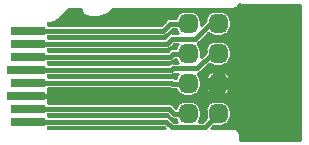
<source format=gbr>
G04 Generated by Ultiboard 14.3 *
%FSLAX34Y34*%
%MOMM*%

%ADD10C,0.0001*%
%ADD11C,0.2540*%
%ADD12C,0.0010*%
%ADD13C,0.4326*%
%ADD14C,1.00000*%
%ADD15C,0.4000*%
%ADD16R,2.9000X0.8000*%
%ADD17R,3.2000X0.8000*%


G04 ColorRGB 0000FF for the following layer *
%LNcopper bottom*%
%LPD*%
G54D10*
G36*
X208761Y-55000D02*
X208761Y-55000D01*
X208761Y-60479D01*
X259869Y-60479D01*
X259869Y54209D01*
X208687Y54209D01*
G74*
D01*
G02X204470Y50709I4217J791*
G01*
X204470Y50709D01*
X101356Y50709D01*
X96708Y46140D01*
G74*
D01*
G02X96371Y45842I3008J3060*
G01*
G74*
D01*
G02X91490Y43750I5510J6115*
G01*
G74*
D01*
G02X90900Y43709I590J4250*
G01*
X90900Y43709D01*
X80900Y43709D01*
G75*
D01*
G02X80107Y43783I0J4291*
G01*
G74*
D01*
G02X74683Y49207I837J6261*
G01*
G75*
D01*
G02X74609Y50000I4217J793*
G01*
X74609Y50000D01*
X74609Y50709D01*
X64077Y50709D01*
X53420Y40152D01*
G74*
D01*
G02X53048Y39824I3020J3048*
G01*
G74*
D01*
G02X48218Y37754I5518J6205*
G01*
G74*
D01*
G02X47600Y37709I618J4246*
G01*
X47600Y37709D01*
X46552Y37709D01*
X46552Y36726D01*
X141803Y36726D01*
X146518Y41442D01*
G75*
D01*
G02X149868Y42826I3342J-3342*
G01*
X149868Y42826D01*
X154723Y42826D01*
G75*
D01*
G02X162100Y48676I7377J-1726*
G01*
X162100Y48676D01*
X168100Y48676D01*
G74*
D01*
G02X175676Y41100I0J7576*
G01*
X175676Y41100D01*
X175676Y36564D01*
X179924Y40811D01*
X179924Y41100D01*
G75*
D01*
G02X187500Y48676I7576J0*
G01*
X187500Y48676D01*
X193500Y48676D01*
G74*
D01*
G02X201076Y41100I0J7576*
G01*
X201076Y41100D01*
X201076Y35100D01*
G75*
D01*
G02X193500Y27524I-7576J0*
G01*
X193500Y27524D01*
X187500Y27524D01*
G75*
D01*
G02X182182Y29703I0J7576*
G01*
X182182Y29703D01*
X174407Y21928D01*
G74*
D01*
G02X173371Y21142I3347J3336*
G01*
G75*
D01*
G02X175676Y15700I-5271J-5442*
G01*
X175676Y15700D01*
X175676Y10148D01*
X179924Y14395D01*
X179924Y15700D01*
G75*
D01*
G02X187500Y23276I7576J0*
G01*
X187500Y23276D01*
X193500Y23276D01*
G75*
D01*
G02X201076Y15700I0J-7576*
G01*
X201076Y15700D01*
X201076Y9700D01*
G74*
D01*
G02X193500Y2124I7576J0*
G01*
X193500Y2124D01*
X187500Y2124D01*
G75*
D01*
G02X182718Y3823I0J7576*
G01*
X182718Y3823D01*
X175677Y-3218D01*
G74*
D01*
G02X173558Y-4445I3347J3336*
G01*
G74*
D01*
G02X175676Y-9700I5458J5255*
G01*
X175676Y-9700D01*
X175676Y-15700D01*
G75*
D01*
G02X168100Y-23276I-7576J0*
G01*
X168100Y-23276D01*
X162100Y-23276D01*
G75*
D01*
G02X154723Y-17426I0J7576*
G01*
X154723Y-17426D01*
X151364Y-17426D01*
G75*
D01*
G02X148883Y-16726I-6J4726*
G01*
X148883Y-16726D01*
X46552Y-16726D01*
X46552Y-29274D01*
X148880Y-29274D01*
G74*
D01*
G02X152227Y-30664I0J4726*
G01*
X152227Y-30664D01*
X154765Y-33202D01*
G75*
D01*
G02X162100Y-27524I7335J-1898*
G01*
X162100Y-27524D01*
X168100Y-27524D01*
G74*
D01*
G02X175676Y-35100I0J7576*
G01*
X175676Y-35100D01*
X175676Y-41100D01*
G75*
D01*
G02X174642Y-44922I-7576J0*
G01*
X174642Y-44922D01*
X176995Y-44922D01*
X179971Y-41946D01*
G75*
D01*
G02X179924Y-41100I7529J846*
G01*
X179924Y-41100D01*
X179924Y-35100D01*
G75*
D01*
G02X187500Y-27524I7576J0*
G01*
X187500Y-27524D01*
X193500Y-27524D01*
G74*
D01*
G02X201076Y-35100I0J7576*
G01*
X201076Y-35100D01*
X201076Y-41100D01*
G75*
D01*
G02X193500Y-48676I-7576J0*
G01*
X193500Y-48676D01*
X187500Y-48676D01*
G75*
D01*
G02X186654Y-48629I0J7576*
G01*
X186654Y-48629D01*
X184574Y-50709D01*
X204470Y-50709D01*
G74*
D01*
G02X208761Y-55000I0J4291*
G01*
D02*
G37*
%LPC*%
G36*
X186749Y-2161D02*
X186749Y-2161D01*
X186749Y-8949D01*
X179961Y-8949D01*
G74*
D01*
G02X186749Y-2161I7539J751*
G01*
D02*
G37*
G36*
X185500Y-12700D02*
G75*
D01*
G02X185500Y-12700I5000J0*
G01*
D02*
G37*
G36*
X201039Y-8949D02*
X201039Y-8949D01*
X194251Y-8949D01*
X194251Y-2161D01*
G74*
D01*
G02X201039Y-8949I751J7539*
G01*
D02*
G37*
G36*
X194251Y-23239D02*
X194251Y-23239D01*
X194251Y-16451D01*
X201039Y-16451D01*
G74*
D01*
G02X194251Y-23239I7539J751*
G01*
D02*
G37*
G36*
X179961Y-16451D02*
X179961Y-16451D01*
X186749Y-16451D01*
X186749Y-23239D01*
G74*
D01*
G02X179961Y-16451I751J7539*
G01*
D02*
G37*
%LPD*%
G36*
X154723Y33374D02*
G74*
D01*
G03X156506Y29990I7377J1726*
G01*
X156506Y29990D01*
X151118Y29990D01*
G75*
D01*
G03X147769Y28606I-7J-4726*
G01*
X147769Y28606D01*
X144890Y25726D01*
X46552Y25726D01*
X46552Y27274D01*
X143760Y27274D01*
G74*
D01*
G03X147107Y28664I0J4726*
G01*
X147107Y28664D01*
X151817Y33374D01*
X154723Y33374D01*
D02*
G37*
G36*
X149638Y-41442D02*
G75*
D01*
G03X152984Y-42826I3342J3342*
G01*
X152984Y-42826D01*
X154723Y-42826D01*
G74*
D01*
G03X155558Y-44922I7377J1726*
G01*
X155558Y-44922D01*
X152945Y-44922D01*
X149687Y-41664D01*
G74*
D01*
G03X146340Y-40274I3347J3336*
G01*
X146340Y-40274D01*
X46552Y-40274D01*
X46552Y-38726D01*
X146923Y-38726D01*
X149638Y-41442D01*
D02*
G37*
G36*
X154723Y17426D02*
X154723Y17426D01*
X152345Y17426D01*
G75*
D01*
G03X149000Y16042I-3J-4726*
G01*
X149000Y16042D01*
X147685Y14726D01*
X46552Y14726D01*
X46552Y16274D01*
X146847Y16274D01*
G74*
D01*
G03X150194Y17664I0J4726*
G01*
X150194Y17664D01*
X153068Y20538D01*
X156270Y20538D01*
G74*
D01*
G03X154723Y17426I5830J4838*
G01*
D02*
G37*
G36*
X156285Y4844D02*
X156285Y4844D01*
X151879Y4844D01*
G75*
D01*
G03X148821Y3726I-6J-4726*
G01*
X148821Y3726D01*
X46552Y3726D01*
X46552Y5274D01*
X149642Y5274D01*
G74*
D01*
G03X152989Y6664I0J4726*
G01*
X152989Y6664D01*
X154299Y7974D01*
X154723Y7974D01*
G74*
D01*
G03X156285Y4844I7377J1726*
G01*
D02*
G37*
G36*
X156490Y-4608D02*
G74*
D01*
G03X154723Y-7974I5610J5092*
G01*
X154723Y-7974D01*
X153133Y-7974D01*
G74*
D01*
G03X150658Y-7274I2475J4026*
G01*
X150658Y-7274D01*
X46552Y-7274D01*
X46552Y-5726D01*
X150755Y-5726D01*
G74*
D01*
G03X153807Y-4608I0J4726*
G01*
X153807Y-4608D01*
X156490Y-4608D01*
D02*
G37*
G36*
X144383Y-49726D02*
X144383Y-49726D01*
X145366Y-50709D01*
X46552Y-50709D01*
X46552Y-49726D01*
X144383Y-49726D01*
D02*
G37*
G54D11*
X156285Y4844D02*
X151879Y4844D01*
G75*
D01*
G03X148821Y3726I-6J-4726*
G01*
X46552Y3726D01*
X46552Y5274D01*
X149642Y5274D01*
G74*
D01*
G03X152989Y6664I0J4726*
G01*
X154299Y7974D01*
X154723Y7974D01*
G74*
D01*
G03X156285Y4844I7377J1726*
G01*
X156490Y-4608D02*
G74*
D01*
G03X154723Y-7974I5610J5092*
G01*
X153133Y-7974D01*
G74*
D01*
G03X150658Y-7274I2475J4026*
G01*
X46552Y-7274D01*
X46552Y-5726D01*
X150755Y-5726D01*
G74*
D01*
G03X153807Y-4608I0J4726*
G01*
X156490Y-4608D01*
X154723Y33374D02*
G74*
D01*
G03X156506Y29990I7377J1726*
G01*
X151118Y29990D01*
G75*
D01*
G03X147769Y28606I-7J-4726*
G01*
X144890Y25726D01*
X46552Y25726D01*
X46552Y27274D01*
X143760Y27274D01*
G74*
D01*
G03X147107Y28664I0J4726*
G01*
X151817Y33374D01*
X154723Y33374D01*
X149638Y-41442D02*
G75*
D01*
G03X152984Y-42826I3342J3342*
G01*
X154723Y-42826D01*
G74*
D01*
G03X155558Y-44922I7377J1726*
G01*
X152945Y-44922D01*
X149687Y-41664D01*
G74*
D01*
G03X146340Y-40274I3347J3336*
G01*
X46552Y-40274D01*
X46552Y-38726D01*
X146923Y-38726D01*
X149638Y-41442D01*
X186749Y-2161D02*
X186749Y-8949D01*
X179961Y-8949D01*
G74*
D01*
G02X186749Y-2161I7539J751*
G01*
X185500Y-12700D02*
G75*
D01*
G02X185500Y-12700I5000J0*
G01*
X201039Y-8949D02*
X194251Y-8949D01*
X194251Y-2161D01*
G74*
D01*
G02X201039Y-8949I751J7539*
G01*
X194251Y-23239D02*
X194251Y-16451D01*
X201039Y-16451D01*
G74*
D01*
G02X194251Y-23239I7539J751*
G01*
X179961Y-16451D02*
X186749Y-16451D01*
X186749Y-23239D01*
G74*
D01*
G02X179961Y-16451I751J7539*
G01*
X208761Y-55000D02*
X208761Y-60479D01*
X259869Y-60479D01*
X259869Y54209D01*
X208687Y54209D01*
G74*
D01*
G02X204470Y50709I4217J791*
G01*
X101356Y50709D01*
X96708Y46140D01*
G74*
D01*
G02X96371Y45842I3008J3060*
G01*
G74*
D01*
G02X91490Y43750I5510J6115*
G01*
G74*
D01*
G02X90900Y43709I590J4250*
G01*
X80900Y43709D01*
G75*
D01*
G02X80107Y43783I0J4291*
G01*
G74*
D01*
G02X74683Y49207I837J6261*
G01*
G75*
D01*
G02X74609Y50000I4217J793*
G01*
X74609Y50709D01*
X64077Y50709D01*
X53420Y40152D01*
G74*
D01*
G02X53048Y39824I3020J3048*
G01*
G74*
D01*
G02X48218Y37754I5518J6205*
G01*
G74*
D01*
G02X47600Y37709I618J4246*
G01*
X46552Y37709D01*
X46552Y36726D01*
X141803Y36726D01*
X146518Y41442D01*
G75*
D01*
G02X149868Y42826I3342J-3342*
G01*
X154723Y42826D01*
G75*
D01*
G02X162100Y48676I7377J-1726*
G01*
X168100Y48676D01*
G74*
D01*
G02X175676Y41100I0J7576*
G01*
X175676Y36564D01*
X179924Y40811D01*
X179924Y41100D01*
G75*
D01*
G02X187500Y48676I7576J0*
G01*
X193500Y48676D01*
G74*
D01*
G02X201076Y41100I0J7576*
G01*
X201076Y35100D01*
G75*
D01*
G02X193500Y27524I-7576J0*
G01*
X187500Y27524D01*
G75*
D01*
G02X182182Y29703I0J7576*
G01*
X174407Y21928D01*
G74*
D01*
G02X173371Y21142I3347J3336*
G01*
G75*
D01*
G02X175676Y15700I-5271J-5442*
G01*
X175676Y10148D01*
X179924Y14395D01*
X179924Y15700D01*
G75*
D01*
G02X187500Y23276I7576J0*
G01*
X193500Y23276D01*
G75*
D01*
G02X201076Y15700I0J-7576*
G01*
X201076Y9700D01*
G74*
D01*
G02X193500Y2124I7576J0*
G01*
X187500Y2124D01*
G75*
D01*
G02X182718Y3823I0J7576*
G01*
X175677Y-3218D01*
G74*
D01*
G02X173558Y-4445I3347J3336*
G01*
G74*
D01*
G02X175676Y-9700I5458J5255*
G01*
X175676Y-15700D01*
G75*
D01*
G02X168100Y-23276I-7576J0*
G01*
X162100Y-23276D01*
G75*
D01*
G02X154723Y-17426I0J7576*
G01*
X151364Y-17426D01*
G75*
D01*
G02X148883Y-16726I-6J4726*
G01*
X46552Y-16726D01*
X46552Y-29274D01*
X148880Y-29274D01*
G74*
D01*
G02X152227Y-30664I0J4726*
G01*
X154765Y-33202D01*
G75*
D01*
G02X162100Y-27524I7335J-1898*
G01*
X168100Y-27524D01*
G74*
D01*
G02X175676Y-35100I0J7576*
G01*
X175676Y-41100D01*
G75*
D01*
G02X174642Y-44922I-7576J0*
G01*
X176995Y-44922D01*
X179971Y-41946D01*
G75*
D01*
G02X179924Y-41100I7529J846*
G01*
X179924Y-35100D01*
G75*
D01*
G02X187500Y-27524I7576J0*
G01*
X193500Y-27524D01*
G74*
D01*
G02X201076Y-35100I0J7576*
G01*
X201076Y-41100D01*
G75*
D01*
G02X193500Y-48676I-7576J0*
G01*
X187500Y-48676D01*
G75*
D01*
G02X186654Y-48629I0J7576*
G01*
X184574Y-50709D01*
X204470Y-50709D01*
G74*
D01*
G02X208761Y-55000I0J4291*
G01*
X144383Y-49726D02*
X145366Y-50709D01*
X46552Y-50709D01*
X46552Y-49726D01*
X144383Y-49726D01*
X154723Y17426D02*
X152345Y17426D01*
G75*
D01*
G03X149000Y16042I-3J-4726*
G01*
X147685Y14726D01*
X46552Y14726D01*
X46552Y16274D01*
X146847Y16274D01*
G74*
D01*
G03X150194Y17664I0J4726*
G01*
X153068Y20538D01*
X156270Y20538D01*
G74*
D01*
G03X154723Y17426I5830J4838*
G01*
G54D12*
G36*
X157100Y-41100D02*
X157100Y-35100D01*
X173100Y-35100D01*
X173100Y-41100D01*
X157100Y-41100D01*
G37*
G36*
X162100Y-46100D02*
X162100Y-30100D01*
X168100Y-30100D01*
X168100Y-46100D01*
X162100Y-46100D01*
G37*
G36*
X182500Y-41100D02*
X182500Y-35100D01*
X198500Y-35100D01*
X198500Y-41100D01*
X182500Y-41100D01*
G37*
G36*
X187500Y-46100D02*
X187500Y-30100D01*
X193500Y-30100D01*
X193500Y-46100D01*
X187500Y-46100D01*
G37*
G36*
X157100Y-15700D02*
X157100Y-9700D01*
X173100Y-9700D01*
X173100Y-15700D01*
X157100Y-15700D01*
G37*
G36*
X162100Y-20700D02*
X162100Y-4700D01*
X168100Y-4700D01*
X168100Y-20700D01*
X162100Y-20700D01*
G37*
G36*
X182500Y-15700D02*
X182500Y-9700D01*
X198500Y-9700D01*
X198500Y-15700D01*
X182500Y-15700D01*
G37*
G36*
X187500Y-20700D02*
X187500Y-4700D01*
X193500Y-4700D01*
X193500Y-20700D01*
X187500Y-20700D01*
G37*
G36*
X157100Y9700D02*
X157100Y15700D01*
X173100Y15700D01*
X173100Y9700D01*
X157100Y9700D01*
G37*
G36*
X162100Y4700D02*
X162100Y20700D01*
X168100Y20700D01*
X168100Y4700D01*
X162100Y4700D01*
G37*
G36*
X182500Y9700D02*
X182500Y15700D01*
X198500Y15700D01*
X198500Y9700D01*
X182500Y9700D01*
G37*
G36*
X187500Y4700D02*
X187500Y20700D01*
X193500Y20700D01*
X193500Y4700D01*
X187500Y4700D01*
G37*
G36*
X157100Y35100D02*
X157100Y41100D01*
X173100Y41100D01*
X173100Y35100D01*
X157100Y35100D01*
G37*
G36*
X162100Y30100D02*
X162100Y46100D01*
X168100Y46100D01*
X168100Y30100D01*
X162100Y30100D01*
G37*
G36*
X182500Y35100D02*
X182500Y41100D01*
X198500Y41100D01*
X198500Y35100D01*
X182500Y35100D01*
G37*
G36*
X187500Y30100D02*
X187500Y46100D01*
X193500Y46100D01*
X193500Y30100D01*
X187500Y30100D01*
G37*
G54D13*
X146340Y-45000D02*
X29500Y-45000D01*
X146340Y-45000D02*
X150988Y-49648D01*
X178952Y-49648D01*
X190500Y-38100D01*
X148880Y-34000D02*
X29500Y-34000D01*
X148880Y-34000D02*
X152980Y-38100D01*
X165100Y-38100D01*
X149920Y-23000D02*
X28000Y-23000D01*
X152438Y-25518D02*
X177682Y-25518D01*
X149920Y-23000D02*
X152438Y-25518D01*
X177682Y-25518D02*
X190500Y-12700D01*
X150658Y-12000D02*
X29500Y-12000D01*
X151358Y-12700D02*
X165100Y-12700D01*
X150658Y-12000D02*
X151358Y-12700D01*
X28000Y-1000D02*
X150755Y-1000D01*
X151873Y118D02*
X172330Y118D01*
X150755Y-1000D02*
X151873Y118D01*
X172330Y118D02*
X184912Y12700D01*
X190500Y12700D01*
X149642Y10000D02*
X29500Y10000D01*
X152342Y12700D02*
X165100Y12700D01*
X149642Y10000D02*
X152342Y12700D01*
X29500Y21000D02*
X146847Y21000D01*
X151111Y25264D01*
X171060Y25264D01*
X183896Y38100D01*
X190500Y38100D01*
X29500Y32000D02*
X143760Y32000D01*
X149860Y38100D01*
X165100Y38100D01*
G54D14*
X162100Y-35100D03*
X168100Y-35100D03*
X162100Y-41100D03*
X168100Y-41100D03*
X187500Y-35100D03*
X193500Y-35100D03*
X187500Y-41100D03*
X193500Y-41100D03*
X162100Y-9700D03*
X168100Y-9700D03*
X162100Y-15700D03*
X168100Y-15700D03*
X187500Y-9700D03*
X193500Y-9700D03*
X187500Y-15700D03*
X193500Y-15700D03*
X162100Y15700D03*
X168100Y15700D03*
X162100Y9700D03*
X168100Y9700D03*
X187500Y15700D03*
X193500Y15700D03*
X187500Y9700D03*
X193500Y9700D03*
X162100Y41100D03*
X168100Y41100D03*
X162100Y35100D03*
X168100Y35100D03*
X187500Y41100D03*
X193500Y41100D03*
X187500Y35100D03*
X193500Y35100D03*
G54D15*
X47498Y-17780D03*
X47498Y-28194D03*
X47498Y-39370D03*
X47498Y-50292D03*
X47498Y-6350D03*
X47498Y4572D03*
X47498Y15494D03*
X47498Y26416D03*
X47498Y37338D03*
X65024Y49276D03*
X65024Y37592D03*
X65024Y26416D03*
X65024Y15494D03*
X65024Y4572D03*
X65024Y-6350D03*
X65024Y-17780D03*
X65024Y-28194D03*
X65024Y-39370D03*
X65024Y-50292D03*
X72898Y49276D03*
X86360Y37592D03*
X81280Y42164D03*
X91440Y42164D03*
X86360Y-39370D03*
X86360Y-50292D03*
X86360Y-17780D03*
X86360Y-28194D03*
X86360Y15494D03*
X86360Y4572D03*
X86360Y-6350D03*
X86360Y26416D03*
X102108Y49022D03*
X102108Y-39370D03*
X102108Y-50292D03*
X102108Y-17780D03*
X102108Y-28194D03*
X102108Y15494D03*
X102108Y4572D03*
X102108Y-6350D03*
X102108Y37592D03*
X102108Y26416D03*
X122174Y-39370D03*
X122174Y-50292D03*
X143510Y-39370D03*
X143510Y-50292D03*
X122174Y-17780D03*
X122174Y-28194D03*
X143510Y-17780D03*
X143510Y-28194D03*
X122174Y15494D03*
X122174Y4572D03*
X122174Y-6350D03*
X143510Y15494D03*
X143510Y4572D03*
X143510Y-6350D03*
X122174Y37592D03*
X122174Y26416D03*
X143510Y26416D03*
X122174Y49022D03*
X141478Y37592D03*
X141478Y49022D03*
X154432Y-5588D03*
X154432Y6096D03*
X154178Y-43942D03*
X154432Y31496D03*
X154432Y49022D03*
X154432Y19558D03*
X187452Y-49784D03*
X165100Y-25400D03*
X179832Y-31242D03*
X177800Y-20066D03*
X179578Y44196D03*
X223012Y52578D03*
X212852Y39116D03*
X205232Y49784D03*
X225298Y38354D03*
X226314Y26670D03*
X226314Y4572D03*
X226314Y15494D03*
X226314Y-6350D03*
X226314Y-17526D03*
X226314Y-28448D03*
X226314Y-39624D03*
X226822Y-46482D03*
X241808Y-59690D03*
X258826Y-46482D03*
X258826Y-28448D03*
X258826Y-6350D03*
X258826Y15748D03*
X258826Y38100D03*
X245618Y42164D03*
X201168Y-44704D03*
X209550Y-59690D03*
X219456Y-51816D03*
X210820Y-50546D03*
X210058Y-26162D03*
X201168Y-19812D03*
X202184Y-10414D03*
X210566Y-17526D03*
X154432Y-31750D03*
X154178Y-18796D03*
X176022Y-44196D03*
X178816Y-12700D03*
X177800Y13462D03*
X176530Y38608D03*
G54D16*
X29500Y-45000D03*
X29500Y-34000D03*
X29500Y-12000D03*
X29500Y10000D03*
X29500Y21000D03*
X29500Y32000D03*
G54D17*
X28000Y-23000D03*
X28000Y-1000D03*

M02*

</source>
